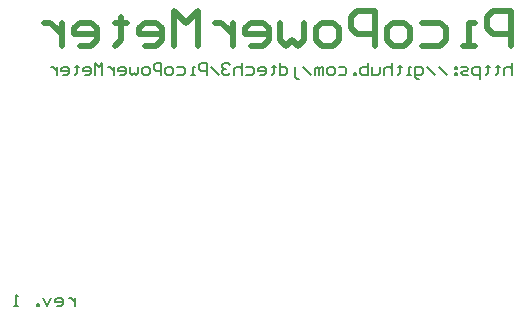
<source format=gbo>
G04*
G04 #@! TF.GenerationSoftware,Altium Limited,Altium Designer,23.0.1 (38)*
G04*
G04 Layer_Color=32896*
%FSLAX25Y25*%
%MOIN*%
G70*
G04*
G04 #@! TF.SameCoordinates,BC8FEE28-448D-4E3F-B38E-86C11A945C97*
G04*
G04*
G04 #@! TF.FilePolarity,Positive*
G04*
G01*
G75*
%ADD10C,0.00787*%
%ADD34C,0.02000*%
%ADD41C,0.00602*%
D10*
X130213Y212411D02*
Y209787D01*
Y211099D01*
X129557Y211755D01*
X128901Y212411D01*
X128245D01*
X124309Y209787D02*
X125621D01*
X126277Y210443D01*
Y211755D01*
X125621Y212411D01*
X124309D01*
X123653Y211755D01*
Y211099D01*
X126277D01*
X122341Y212411D02*
X121029Y209787D01*
X119717Y212411D01*
X118405Y209787D02*
Y210443D01*
X117749D01*
Y209787D01*
X118405D01*
X111190D02*
X109878D01*
X110534D01*
Y213723D01*
X111190Y213067D01*
D34*
X275500Y296500D02*
Y308307D01*
X269596D01*
X267629Y306339D01*
Y302404D01*
X269596Y300436D01*
X275500D01*
X263693Y296500D02*
X259757D01*
X261725D01*
Y304372D01*
X263693D01*
X245982D02*
X251886D01*
X253854Y302404D01*
Y298468D01*
X251886Y296500D01*
X245982D01*
X240078D02*
X236143D01*
X234175Y298468D01*
Y302404D01*
X236143Y304372D01*
X240078D01*
X242046Y302404D01*
Y298468D01*
X240078Y296500D01*
X230239D02*
Y308307D01*
X224336D01*
X222368Y306339D01*
Y302404D01*
X224336Y300436D01*
X230239D01*
X216464Y296500D02*
X212528D01*
X210560Y298468D01*
Y302404D01*
X212528Y304372D01*
X216464D01*
X218432Y302404D01*
Y298468D01*
X216464Y296500D01*
X206625Y304372D02*
Y298468D01*
X204657Y296500D01*
X202689Y298468D01*
X200721Y296500D01*
X198753Y298468D01*
Y304372D01*
X188914Y296500D02*
X192850D01*
X194817Y298468D01*
Y302404D01*
X192850Y304372D01*
X188914D01*
X186946Y302404D01*
Y300436D01*
X194817D01*
X183010Y304372D02*
Y296500D01*
Y300436D01*
X181042Y302404D01*
X179075Y304372D01*
X177107D01*
X171203Y296500D02*
Y308307D01*
X167267Y304372D01*
X163332Y308307D01*
Y296500D01*
X153492D02*
X157428D01*
X159396Y298468D01*
Y302404D01*
X157428Y304372D01*
X153492D01*
X151524Y302404D01*
Y300436D01*
X159396D01*
X145621Y306339D02*
Y304372D01*
X147589D01*
X143653D01*
X145621D01*
Y298468D01*
X143653Y296500D01*
X131846D02*
X135781D01*
X137749Y298468D01*
Y302404D01*
X135781Y304372D01*
X131846D01*
X129878Y302404D01*
Y300436D01*
X137749D01*
X125942Y304372D02*
Y296500D01*
Y300436D01*
X123974Y302404D01*
X122006Y304372D01*
X120038D01*
D41*
X275898Y290850D02*
Y286914D01*
Y288882D01*
X275242Y289538D01*
X273930D01*
X273274Y288882D01*
Y286914D01*
X271306Y290194D02*
Y289538D01*
X271962D01*
X270650D01*
X271306D01*
Y287570D01*
X270650Y286914D01*
X268026Y290194D02*
Y289538D01*
X268682D01*
X267370D01*
X268026D01*
Y287570D01*
X267370Y286914D01*
X265402Y285602D02*
Y289538D01*
X263435D01*
X262778Y288882D01*
Y287570D01*
X263435Y286914D01*
X265402D01*
X261467D02*
X259499D01*
X258843Y287570D01*
X259499Y288226D01*
X260811D01*
X261467Y288882D01*
X260811Y289538D01*
X258843D01*
X257531D02*
X256875D01*
Y288882D01*
X257531D01*
Y289538D01*
Y287570D02*
X256875D01*
Y286914D01*
X257531D01*
Y287570D01*
X254251Y286914D02*
X251627Y289538D01*
X250315Y286914D02*
X247691Y289538D01*
X245068Y285602D02*
X244412D01*
X243756Y286258D01*
Y289538D01*
X245724D01*
X246380Y288882D01*
Y287570D01*
X245724Y286914D01*
X243756D01*
X242444D02*
X241132D01*
X241788D01*
Y289538D01*
X242444D01*
X238508Y290194D02*
Y289538D01*
X239164D01*
X237852D01*
X238508D01*
Y287570D01*
X237852Y286914D01*
X235884Y290850D02*
Y286914D01*
Y288882D01*
X235228Y289538D01*
X233916D01*
X233260Y288882D01*
Y286914D01*
X231949Y289538D02*
Y287570D01*
X231293Y286914D01*
X229325D01*
Y289538D01*
X228013Y290850D02*
Y286914D01*
X226045D01*
X225389Y287570D01*
Y288226D01*
Y288882D01*
X226045Y289538D01*
X228013D01*
X224077Y286914D02*
Y287570D01*
X223421D01*
Y286914D01*
X224077D01*
X218174Y289538D02*
X220141D01*
X220797Y288882D01*
Y287570D01*
X220141Y286914D01*
X218174D01*
X216206D02*
X214894D01*
X214238Y287570D01*
Y288882D01*
X214894Y289538D01*
X216206D01*
X216862Y288882D01*
Y287570D01*
X216206Y286914D01*
X212926D02*
Y289538D01*
X212270D01*
X211614Y288882D01*
Y286914D01*
Y288882D01*
X210958Y289538D01*
X210302Y288882D01*
Y286914D01*
X208990D02*
X206366Y289538D01*
X205054Y285602D02*
X204398D01*
X203742Y286258D01*
Y289538D01*
X198495Y290850D02*
Y286914D01*
X200463D01*
X201119Y287570D01*
Y288882D01*
X200463Y289538D01*
X198495D01*
X196527Y290194D02*
Y289538D01*
X197183D01*
X195871D01*
X196527D01*
Y287570D01*
X195871Y286914D01*
X191935D02*
X193247D01*
X193903Y287570D01*
Y288882D01*
X193247Y289538D01*
X191935D01*
X191279Y288882D01*
Y288226D01*
X193903D01*
X187344Y289538D02*
X189311D01*
X189967Y288882D01*
Y287570D01*
X189311Y286914D01*
X187344D01*
X186032Y290850D02*
Y286914D01*
Y288882D01*
X185376Y289538D01*
X184064D01*
X183408Y288882D01*
Y286914D01*
X182096Y290194D02*
X181440Y290850D01*
X180128D01*
X179472Y290194D01*
Y289538D01*
X180128Y288882D01*
X180784D01*
X180128D01*
X179472Y288226D01*
Y287570D01*
X180128Y286914D01*
X181440D01*
X182096Y287570D01*
X178160Y286914D02*
X175536Y289538D01*
X174224Y286914D02*
Y290850D01*
X172257D01*
X171601Y290194D01*
Y288882D01*
X172257Y288226D01*
X174224D01*
X170289Y286914D02*
X168977D01*
X169633D01*
Y289538D01*
X170289D01*
X164385D02*
X166353D01*
X167009Y288882D01*
Y287570D01*
X166353Y286914D01*
X164385D01*
X162417D02*
X161105D01*
X160449Y287570D01*
Y288882D01*
X161105Y289538D01*
X162417D01*
X163073Y288882D01*
Y287570D01*
X162417Y286914D01*
X159137D02*
Y290850D01*
X157169D01*
X156514Y290194D01*
Y288882D01*
X157169Y288226D01*
X159137D01*
X154546Y286914D02*
X153234D01*
X152578Y287570D01*
Y288882D01*
X153234Y289538D01*
X154546D01*
X155202Y288882D01*
Y287570D01*
X154546Y286914D01*
X151266Y289538D02*
Y287570D01*
X150610Y286914D01*
X149954Y287570D01*
X149298Y286914D01*
X148642Y287570D01*
Y289538D01*
X145362Y286914D02*
X146674D01*
X147330Y287570D01*
Y288882D01*
X146674Y289538D01*
X145362D01*
X144706Y288882D01*
Y288226D01*
X147330D01*
X143394Y289538D02*
Y286914D01*
Y288226D01*
X142738Y288882D01*
X142083Y289538D01*
X141427D01*
X139459Y286914D02*
Y290850D01*
X138147Y289538D01*
X136835Y290850D01*
Y286914D01*
X133555D02*
X134867D01*
X135523Y287570D01*
Y288882D01*
X134867Y289538D01*
X133555D01*
X132899Y288882D01*
Y288226D01*
X135523D01*
X130931Y290194D02*
Y289538D01*
X131587D01*
X130275D01*
X130931D01*
Y287570D01*
X130275Y286914D01*
X126340D02*
X127652D01*
X128307Y287570D01*
Y288882D01*
X127652Y289538D01*
X126340D01*
X125684Y288882D01*
Y288226D01*
X128307D01*
X124372Y289538D02*
Y286914D01*
Y288226D01*
X123716Y288882D01*
X123060Y289538D01*
X122404D01*
M02*

</source>
